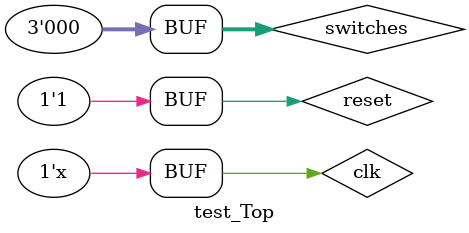
<source format=v>
`timescale 1ns / 1ps


module test_Top;

	// Inputs
	reg clk;
	reg reset;
   reg [2:0] switches;
	wire [7:0] LED;
	// Instantiate the Unit Under Test (UUT)
	Top uut (
		.clock(clk), 
		.switches(switches),
		.reset(reset),
		.LED(LED)
	);
   always #50 clk <= ~ clk;
	initial begin
		clk <= 0;
		reset <= 0;
		switches <=0;
      #1100 reset <= 1;
	end
      
endmodule


</source>
